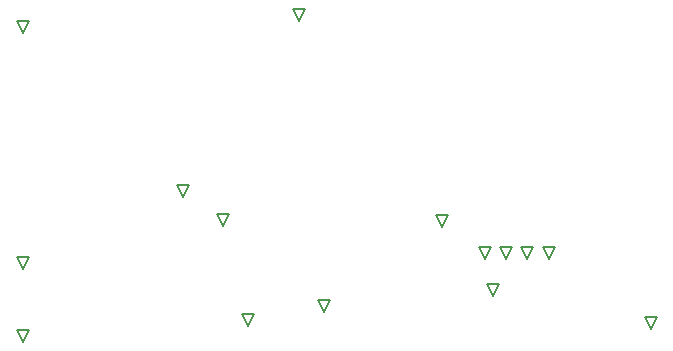
<source format=gbr>
%TF.GenerationSoftware,Altium Limited,Altium Designer,20.0.13 (296)*%
G04 Layer_Color=2752767*
%FSLAX26Y26*%
%MOIN*%
%TF.FileFunction,Drawing*%
%TF.Part,Single*%
G01*
G75*
%TA.AperFunction,NonConductor*%
%ADD93C,0.005000*%
D93*
X392717Y42402D02*
X372717Y82402D01*
X412717D01*
X392717Y42402D01*
X2486220Y86244D02*
X2466220Y126244D01*
X2506220D01*
X2486220Y86244D01*
X1397638Y141417D02*
X1377638Y181417D01*
X1417638D01*
X1397638Y141417D01*
X1141732Y96976D02*
X1121732Y136976D01*
X1161732D01*
X1141732Y96976D01*
X1959547Y193835D02*
X1939547Y233835D01*
X1979547D01*
X1959547Y193835D01*
X392717Y284189D02*
X372717Y324189D01*
X412717D01*
X392717Y284189D01*
X1061024Y428819D02*
X1041024Y468819D01*
X1081024D01*
X1061024Y428819D01*
X1314173Y1111890D02*
X1294173Y1151890D01*
X1334173D01*
X1314173Y1111890D01*
X925197Y524291D02*
X905197Y564291D01*
X945197D01*
X925197Y524291D01*
X1791339Y425276D02*
X1771339Y465276D01*
X1811339D01*
X1791339Y425276D01*
X2003937Y318976D02*
X1983937Y358976D01*
X2023937D01*
X2003937Y318976D01*
X1933071D02*
X1913071Y358976D01*
X1953071D01*
X1933071Y318976D01*
X392717Y1071535D02*
X372717Y1111535D01*
X412717D01*
X392717Y1071535D01*
X2145669Y318976D02*
X2125669Y358976D01*
X2165669D01*
X2145669Y318976D01*
X2074803D02*
X2054803Y358976D01*
X2094803D01*
X2074803Y318976D01*
%TF.MD5,4f5c2650c338704302c0c8af6372ba8d*%
M02*

</source>
